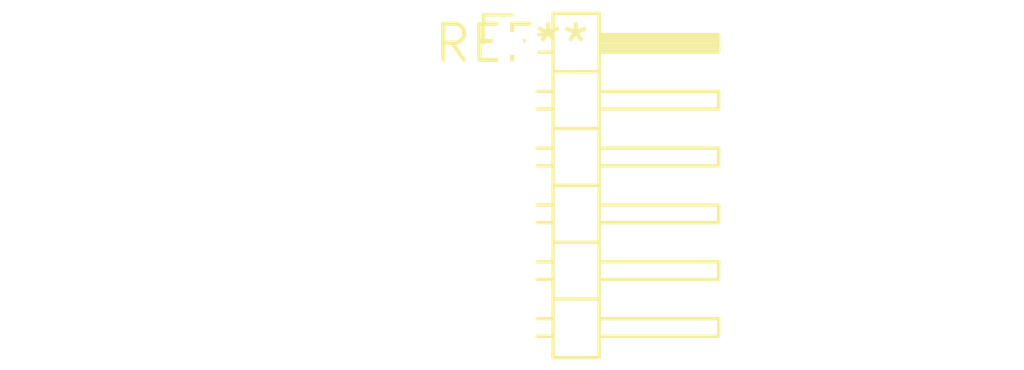
<source format=kicad_pcb>
(kicad_pcb (version 20240108) (generator pcbnew)
  (layers (0 "F.Cu" signal) (31 "B.Cu" signal) (34 "B.Paste" user) (35 "F.Paste" user) (36 "B.SilkS" user "B.Silkscreen") (37 "F.SilkS" user "F.Silkscreen") (38 "B.Mask" user) (39 "F.Mask" user) (44 "Edge.Cuts" user))
  (net 0 "")
  (footprint "PinHeader_1x06_P2.00mm_Horizontal" (layer "F.Cu") (at 0 0)
    (property "Reference" "REF**")
    (property "Value" "PinHeader_1x06_P2.00mm_Horizontal")
    (fp_line (start -1 -1) (end 0 -1) (layer "F.SilkS") (stroke (width 0.12)))
    (fp_line (start -1 0) (end -1 -1) (layer "F.SilkS") (stroke (width 0.12)))
    (fp_line (start 0.882114 1.69) (end 1.44 1.69) (layer "F.SilkS") (stroke (width 0.12)))
    (fp_line (start 0.882114 2.31) (end 1.44 2.31) (layer "F.SilkS") (stroke (width 0.12)))
    (fp_line (start 0.882114 3.69) (end 1.44 3.69) (layer "F.SilkS") (stroke (width 0.12)))
    (fp_line (start 0.882114 4.31) (end 1.44 4.31) (layer "F.SilkS") (stroke (width 0.12)))
    (fp_line (start 0.882114 5.69) (end 1.44 5.69) (layer "F.SilkS") (stroke (width 0.12)))
    (fp_line (start 0.882114 6.31) (end 1.44 6.31) (layer "F.SilkS") (stroke (width 0.12)))
    (fp_line (start 0.882114 7.69) (end 1.44 7.69) (layer "F.SilkS") (stroke (width 0.12)))
    (fp_line (start 0.882114 8.31) (end 1.44 8.31) (layer "F.SilkS") (stroke (width 0.12)))
    (fp_line (start 0.882114 9.69) (end 1.44 9.69) (layer "F.SilkS") (stroke (width 0.12)))
    (fp_line (start 0.882114 10.31) (end 1.44 10.31) (layer "F.SilkS") (stroke (width 0.12)))
    (fp_line (start 0.935 -0.31) (end 1.44 -0.31) (layer "F.SilkS") (stroke (width 0.12)))
    (fp_line (start 0.935 0.31) (end 1.44 0.31) (layer "F.SilkS") (stroke (width 0.12)))
    (fp_line (start 1.44 -1.06) (end 1.44 11.06) (layer "F.SilkS") (stroke (width 0.12)))
    (fp_line (start 1.44 1) (end 3.06 1) (layer "F.SilkS") (stroke (width 0.12)))
    (fp_line (start 1.44 3) (end 3.06 3) (layer "F.SilkS") (stroke (width 0.12)))
    (fp_line (start 1.44 5) (end 3.06 5) (layer "F.SilkS") (stroke (width 0.12)))
    (fp_line (start 1.44 7) (end 3.06 7) (layer "F.SilkS") (stroke (width 0.12)))
    (fp_line (start 1.44 9) (end 3.06 9) (layer "F.SilkS") (stroke (width 0.12)))
    (fp_line (start 1.44 11.06) (end 3.06 11.06) (layer "F.SilkS") (stroke (width 0.12)))
    (fp_line (start 3.06 -1.06) (end 1.44 -1.06) (layer "F.SilkS") (stroke (width 0.12)))
    (fp_line (start 3.06 -0.31) (end 7.26 -0.31) (layer "F.SilkS") (stroke (width 0.12)))
    (fp_line (start 3.06 -0.25) (end 7.26 -0.25) (layer "F.SilkS") (stroke (width 0.12)))
    (fp_line (start 3.06 -0.13) (end 7.26 -0.13) (layer "F.SilkS") (stroke (width 0.12)))
    (fp_line (start 3.06 -0.01) (end 7.26 -0.01) (layer "F.SilkS") (stroke (width 0.12)))
    (fp_line (start 3.06 0.11) (end 7.26 0.11) (layer "F.SilkS") (stroke (width 0.12)))
    (fp_line (start 3.06 0.23) (end 7.26 0.23) (layer "F.SilkS") (stroke (width 0.12)))
    (fp_line (start 3.06 1.69) (end 7.26 1.69) (layer "F.SilkS") (stroke (width 0.12)))
    (fp_line (start 3.06 3.69) (end 7.26 3.69) (layer "F.SilkS") (stroke (width 0.12)))
    (fp_line (start 3.06 5.69) (end 7.26 5.69) (layer "F.SilkS") (stroke (width 0.12)))
    (fp_line (start 3.06 7.69) (end 7.26 7.69) (layer "F.SilkS") (stroke (width 0.12)))
    (fp_line (start 3.06 9.69) (end 7.26 9.69) (layer "F.SilkS") (stroke (width 0.12)))
    (fp_line (start 3.06 11.06) (end 3.06 -1.06) (layer "F.SilkS") (stroke (width 0.12)))
    (fp_line (start 7.26 -0.31) (end 7.26 0.31) (layer "F.SilkS") (stroke (width 0.12)))
    (fp_line (start 7.26 0.31) (end 3.06 0.31) (layer "F.SilkS") (stroke (width 0.12)))
    (fp_line (start 7.26 1.69) (end 7.26 2.31) (layer "F.SilkS") (stroke (width 0.12)))
    (fp_line (start 7.26 2.31) (end 3.06 2.31) (layer "F.SilkS") (stroke (width 0.12)))
    (fp_line (start 7.26 3.69) (end 7.26 4.31) (layer "F.SilkS") (stroke (width 0.12)))
    (fp_line (start 7.26 4.31) (end 3.06 4.31) (layer "F.SilkS") (stroke (width 0.12)))
    (fp_line (start 7.26 5.69) (end 7.26 6.31) (layer "F.SilkS") (stroke (width 0.12)))
    (fp_line (start 7.26 6.31) (end 3.06 6.31) (layer "F.SilkS") (stroke (width 0.12)))
    (fp_line (start 7.26 7.69) (end 7.26 8.31) (layer "F.SilkS") (stroke (width 0.12)))
    (fp_line (start 7.26 8.31) (end 3.06 8.31) (layer "F.SilkS") (stroke (width 0.12)))
    (fp_line (start 7.26 9.69) (end 7.26 10.31) (layer "F.SilkS") (stroke (width 0.12)))
    (fp_line (start 7.26 10.31) (end 3.06 10.31) (layer "F.SilkS") (stroke (width 0.12)))
    (pad "1" thru_hole rect (at 0 0) (size 1.35 1.35) (drill 0.8) (layers *.Cu *.Mask) (remove_unused_layers))
    (pad "2" thru_hole oval (at 0 2) (size 1.35 1.35) (drill 0.8) (layers *.Cu *.Mask) (remove_unused_layers))
    (pad "3" thru_hole oval (at 0 4) (size 1.35 1.35) (drill 0.8) (layers *.Cu *.Mask) (remove_unused_layers))
    (pad "4" thru_hole oval (at 0 6) (size 1.35 1.35) (drill 0.8) (layers *.Cu *.Mask) (remove_unused_layers))
    (pad "5" thru_hole oval (at 0 8) (size 1.35 1.35) (drill 0.8) (layers *.Cu *.Mask) (remove_unused_layers))
    (pad "6" thru_hole oval (at 0 10) (size 1.35 1.35) (drill 0.8) (layers *.Cu *.Mask) (remove_unused_layers))
  )
)
</source>
